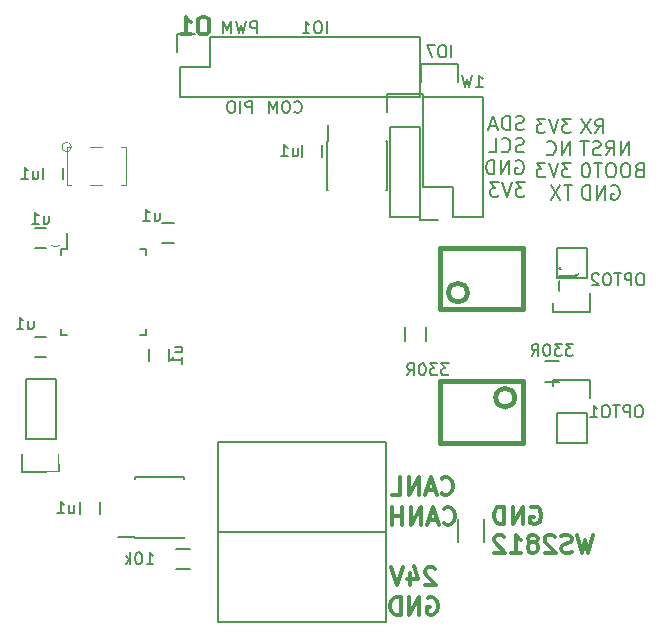
<source format=gbo>
G04 #@! TF.FileFunction,Legend,Bot*
%FSLAX46Y46*%
G04 Gerber Fmt 4.6, Leading zero omitted, Abs format (unit mm)*
G04 Created by KiCad (PCBNEW 4.0.0-stable) date 08.12.2015 15:00:05*
%MOMM*%
G01*
G04 APERTURE LIST*
%ADD10C,0.100000*%
%ADD11C,0.300000*%
%ADD12C,0.200000*%
%ADD13C,0.150000*%
%ADD14C,0.381000*%
%ADD15C,0.285750*%
%ADD16C,0.287020*%
%ADD17R,0.290000X2.000000*%
%ADD18R,2.000000X0.290000*%
%ADD19R,2.032000X1.727200*%
%ADD20O,2.032000X1.727200*%
%ADD21R,1.500000X1.250000*%
%ADD22R,1.250000X1.500000*%
%ADD23C,1.397000*%
%ADD24R,1.727200X1.727200*%
%ADD25O,1.727200X1.727200*%
%ADD26R,1.500000X1.300000*%
%ADD27R,2.800000X0.600000*%
%ADD28C,1.600000*%
%ADD29R,1.400000X2.200000*%
%ADD30R,1.501140X1.501140*%
%ADD31R,2.500000X1.800000*%
%ADD32R,1.300000X1.500000*%
%ADD33R,2.032000X2.032000*%
%ADD34O,2.032000X2.032000*%
%ADD35R,1.700000X2.000000*%
%ADD36O,1.501140X1.998980*%
%ADD37C,3.500120*%
%ADD38R,2.235200X2.235200*%
%ADD39R,0.600000X2.200000*%
%ADD40R,1.727200X2.032000*%
%ADD41O,1.727200X2.032000*%
G04 APERTURE END LIST*
D10*
D11*
X169417572Y-115779000D02*
X169560429Y-115707571D01*
X169774715Y-115707571D01*
X169989000Y-115779000D01*
X170131858Y-115921857D01*
X170203286Y-116064714D01*
X170274715Y-116350429D01*
X170274715Y-116564714D01*
X170203286Y-116850429D01*
X170131858Y-116993286D01*
X169989000Y-117136143D01*
X169774715Y-117207571D01*
X169631858Y-117207571D01*
X169417572Y-117136143D01*
X169346143Y-117064714D01*
X169346143Y-116564714D01*
X169631858Y-116564714D01*
X168703286Y-117207571D02*
X168703286Y-115707571D01*
X167846143Y-117207571D01*
X167846143Y-115707571D01*
X167131857Y-117207571D02*
X167131857Y-115707571D01*
X166774714Y-115707571D01*
X166560429Y-115779000D01*
X166417571Y-115921857D01*
X166346143Y-116064714D01*
X166274714Y-116350429D01*
X166274714Y-116564714D01*
X166346143Y-116850429D01*
X166417571Y-116993286D01*
X166560429Y-117136143D01*
X166774714Y-117207571D01*
X167131857Y-117207571D01*
X174631855Y-118107571D02*
X174274712Y-119607571D01*
X173988998Y-118536143D01*
X173703284Y-119607571D01*
X173346141Y-118107571D01*
X172846141Y-119536143D02*
X172631855Y-119607571D01*
X172274712Y-119607571D01*
X172131855Y-119536143D01*
X172060426Y-119464714D01*
X171988998Y-119321857D01*
X171988998Y-119179000D01*
X172060426Y-119036143D01*
X172131855Y-118964714D01*
X172274712Y-118893286D01*
X172560426Y-118821857D01*
X172703284Y-118750429D01*
X172774712Y-118679000D01*
X172846141Y-118536143D01*
X172846141Y-118393286D01*
X172774712Y-118250429D01*
X172703284Y-118179000D01*
X172560426Y-118107571D01*
X172203284Y-118107571D01*
X171988998Y-118179000D01*
X171417570Y-118250429D02*
X171346141Y-118179000D01*
X171203284Y-118107571D01*
X170846141Y-118107571D01*
X170703284Y-118179000D01*
X170631855Y-118250429D01*
X170560427Y-118393286D01*
X170560427Y-118536143D01*
X170631855Y-118750429D01*
X171488998Y-119607571D01*
X170560427Y-119607571D01*
X169703284Y-118750429D02*
X169846142Y-118679000D01*
X169917570Y-118607571D01*
X169988999Y-118464714D01*
X169988999Y-118393286D01*
X169917570Y-118250429D01*
X169846142Y-118179000D01*
X169703284Y-118107571D01*
X169417570Y-118107571D01*
X169274713Y-118179000D01*
X169203284Y-118250429D01*
X169131856Y-118393286D01*
X169131856Y-118464714D01*
X169203284Y-118607571D01*
X169274713Y-118679000D01*
X169417570Y-118750429D01*
X169703284Y-118750429D01*
X169846142Y-118821857D01*
X169917570Y-118893286D01*
X169988999Y-119036143D01*
X169988999Y-119321857D01*
X169917570Y-119464714D01*
X169846142Y-119536143D01*
X169703284Y-119607571D01*
X169417570Y-119607571D01*
X169274713Y-119536143D01*
X169203284Y-119464714D01*
X169131856Y-119321857D01*
X169131856Y-119036143D01*
X169203284Y-118893286D01*
X169274713Y-118821857D01*
X169417570Y-118750429D01*
X167703285Y-119607571D02*
X168560428Y-119607571D01*
X168131856Y-119607571D02*
X168131856Y-118107571D01*
X168274713Y-118321857D01*
X168417571Y-118464714D01*
X168560428Y-118536143D01*
X167131857Y-118250429D02*
X167060428Y-118179000D01*
X166917571Y-118107571D01*
X166560428Y-118107571D01*
X166417571Y-118179000D01*
X166346142Y-118250429D01*
X166274714Y-118393286D01*
X166274714Y-118536143D01*
X166346142Y-118750429D01*
X167203285Y-119607571D01*
X166274714Y-119607571D01*
D12*
X172802571Y-82882857D02*
X172059714Y-82882857D01*
X172459714Y-83340000D01*
X172288286Y-83340000D01*
X172174000Y-83397143D01*
X172116857Y-83454286D01*
X172059714Y-83568571D01*
X172059714Y-83854286D01*
X172116857Y-83968571D01*
X172174000Y-84025714D01*
X172288286Y-84082857D01*
X172631143Y-84082857D01*
X172745429Y-84025714D01*
X172802571Y-83968571D01*
X171716857Y-82882857D02*
X171316857Y-84082857D01*
X170916857Y-82882857D01*
X170631143Y-82882857D02*
X169888286Y-82882857D01*
X170288286Y-83340000D01*
X170116858Y-83340000D01*
X170002572Y-83397143D01*
X169945429Y-83454286D01*
X169888286Y-83568571D01*
X169888286Y-83854286D01*
X169945429Y-83968571D01*
X170002572Y-84025714D01*
X170116858Y-84082857D01*
X170459715Y-84082857D01*
X170574001Y-84025714D01*
X170631143Y-83968571D01*
X172688286Y-85962857D02*
X172688286Y-84762857D01*
X172002571Y-85962857D01*
X172002571Y-84762857D01*
X170745428Y-85848571D02*
X170802571Y-85905714D01*
X170974000Y-85962857D01*
X171088286Y-85962857D01*
X171259714Y-85905714D01*
X171374000Y-85791429D01*
X171431143Y-85677143D01*
X171488286Y-85448571D01*
X171488286Y-85277143D01*
X171431143Y-85048571D01*
X171374000Y-84934286D01*
X171259714Y-84820000D01*
X171088286Y-84762857D01*
X170974000Y-84762857D01*
X170802571Y-84820000D01*
X170745428Y-84877143D01*
X172802571Y-86642857D02*
X172059714Y-86642857D01*
X172459714Y-87100000D01*
X172288286Y-87100000D01*
X172174000Y-87157143D01*
X172116857Y-87214286D01*
X172059714Y-87328571D01*
X172059714Y-87614286D01*
X172116857Y-87728571D01*
X172174000Y-87785714D01*
X172288286Y-87842857D01*
X172631143Y-87842857D01*
X172745429Y-87785714D01*
X172802571Y-87728571D01*
X171716857Y-86642857D02*
X171316857Y-87842857D01*
X170916857Y-86642857D01*
X170631143Y-86642857D02*
X169888286Y-86642857D01*
X170288286Y-87100000D01*
X170116858Y-87100000D01*
X170002572Y-87157143D01*
X169945429Y-87214286D01*
X169888286Y-87328571D01*
X169888286Y-87614286D01*
X169945429Y-87728571D01*
X170002572Y-87785714D01*
X170116858Y-87842857D01*
X170459715Y-87842857D01*
X170574001Y-87785714D01*
X170631143Y-87728571D01*
X172859714Y-88522857D02*
X172174000Y-88522857D01*
X172516857Y-89722857D02*
X172516857Y-88522857D01*
X171888285Y-88522857D02*
X171088285Y-89722857D01*
X171088285Y-88522857D02*
X171888285Y-89722857D01*
X174853428Y-84082857D02*
X175253428Y-83511429D01*
X175539143Y-84082857D02*
X175539143Y-82882857D01*
X175082000Y-82882857D01*
X174967714Y-82940000D01*
X174910571Y-82997143D01*
X174853428Y-83111429D01*
X174853428Y-83282857D01*
X174910571Y-83397143D01*
X174967714Y-83454286D01*
X175082000Y-83511429D01*
X175539143Y-83511429D01*
X174453428Y-82882857D02*
X173653428Y-84082857D01*
X173653428Y-82882857D02*
X174453428Y-84082857D01*
X177710572Y-85962857D02*
X177710572Y-84762857D01*
X177024857Y-85962857D01*
X177024857Y-84762857D01*
X175767714Y-85962857D02*
X176167714Y-85391429D01*
X176453429Y-85962857D02*
X176453429Y-84762857D01*
X175996286Y-84762857D01*
X175882000Y-84820000D01*
X175824857Y-84877143D01*
X175767714Y-84991429D01*
X175767714Y-85162857D01*
X175824857Y-85277143D01*
X175882000Y-85334286D01*
X175996286Y-85391429D01*
X176453429Y-85391429D01*
X175310572Y-85905714D02*
X175139143Y-85962857D01*
X174853429Y-85962857D01*
X174739143Y-85905714D01*
X174682000Y-85848571D01*
X174624857Y-85734286D01*
X174624857Y-85620000D01*
X174682000Y-85505714D01*
X174739143Y-85448571D01*
X174853429Y-85391429D01*
X175082000Y-85334286D01*
X175196286Y-85277143D01*
X175253429Y-85220000D01*
X175310572Y-85105714D01*
X175310572Y-84991429D01*
X175253429Y-84877143D01*
X175196286Y-84820000D01*
X175082000Y-84762857D01*
X174796286Y-84762857D01*
X174624857Y-84820000D01*
X174282000Y-84762857D02*
X173596286Y-84762857D01*
X173939143Y-85962857D02*
X173939143Y-84762857D01*
X178567715Y-87214286D02*
X178396286Y-87271429D01*
X178339143Y-87328571D01*
X178282000Y-87442857D01*
X178282000Y-87614286D01*
X178339143Y-87728571D01*
X178396286Y-87785714D01*
X178510572Y-87842857D01*
X178967715Y-87842857D01*
X178967715Y-86642857D01*
X178567715Y-86642857D01*
X178453429Y-86700000D01*
X178396286Y-86757143D01*
X178339143Y-86871429D01*
X178339143Y-86985714D01*
X178396286Y-87100000D01*
X178453429Y-87157143D01*
X178567715Y-87214286D01*
X178967715Y-87214286D01*
X177539143Y-86642857D02*
X177310572Y-86642857D01*
X177196286Y-86700000D01*
X177082000Y-86814286D01*
X177024858Y-87042857D01*
X177024858Y-87442857D01*
X177082000Y-87671429D01*
X177196286Y-87785714D01*
X177310572Y-87842857D01*
X177539143Y-87842857D01*
X177653429Y-87785714D01*
X177767715Y-87671429D01*
X177824858Y-87442857D01*
X177824858Y-87042857D01*
X177767715Y-86814286D01*
X177653429Y-86700000D01*
X177539143Y-86642857D01*
X176282000Y-86642857D02*
X176053429Y-86642857D01*
X175939143Y-86700000D01*
X175824857Y-86814286D01*
X175767715Y-87042857D01*
X175767715Y-87442857D01*
X175824857Y-87671429D01*
X175939143Y-87785714D01*
X176053429Y-87842857D01*
X176282000Y-87842857D01*
X176396286Y-87785714D01*
X176510572Y-87671429D01*
X176567715Y-87442857D01*
X176567715Y-87042857D01*
X176510572Y-86814286D01*
X176396286Y-86700000D01*
X176282000Y-86642857D01*
X175424857Y-86642857D02*
X174739143Y-86642857D01*
X175082000Y-87842857D02*
X175082000Y-86642857D01*
X174110571Y-86642857D02*
X173996286Y-86642857D01*
X173882000Y-86700000D01*
X173824857Y-86757143D01*
X173767714Y-86871429D01*
X173710571Y-87100000D01*
X173710571Y-87385714D01*
X173767714Y-87614286D01*
X173824857Y-87728571D01*
X173882000Y-87785714D01*
X173996286Y-87842857D01*
X174110571Y-87842857D01*
X174224857Y-87785714D01*
X174282000Y-87728571D01*
X174339143Y-87614286D01*
X174396286Y-87385714D01*
X174396286Y-87100000D01*
X174339143Y-86871429D01*
X174282000Y-86757143D01*
X174224857Y-86700000D01*
X174110571Y-86642857D01*
X176224857Y-88580000D02*
X176339143Y-88522857D01*
X176510572Y-88522857D01*
X176682000Y-88580000D01*
X176796286Y-88694286D01*
X176853429Y-88808571D01*
X176910572Y-89037143D01*
X176910572Y-89208571D01*
X176853429Y-89437143D01*
X176796286Y-89551429D01*
X176682000Y-89665714D01*
X176510572Y-89722857D01*
X176396286Y-89722857D01*
X176224857Y-89665714D01*
X176167714Y-89608571D01*
X176167714Y-89208571D01*
X176396286Y-89208571D01*
X175653429Y-89722857D02*
X175653429Y-88522857D01*
X174967714Y-89722857D01*
X174967714Y-88522857D01*
X174396286Y-89722857D02*
X174396286Y-88522857D01*
X174110571Y-88522857D01*
X173939143Y-88580000D01*
X173824857Y-88694286D01*
X173767714Y-88808571D01*
X173710571Y-89037143D01*
X173710571Y-89208571D01*
X173767714Y-89437143D01*
X173824857Y-89551429D01*
X173939143Y-89665714D01*
X174110571Y-89722857D01*
X174396286Y-89722857D01*
D11*
X162024000Y-117121714D02*
X162095429Y-117193143D01*
X162309715Y-117264571D01*
X162452572Y-117264571D01*
X162666857Y-117193143D01*
X162809715Y-117050286D01*
X162881143Y-116907429D01*
X162952572Y-116621714D01*
X162952572Y-116407429D01*
X162881143Y-116121714D01*
X162809715Y-115978857D01*
X162666857Y-115836000D01*
X162452572Y-115764571D01*
X162309715Y-115764571D01*
X162095429Y-115836000D01*
X162024000Y-115907429D01*
X161452572Y-116836000D02*
X160738286Y-116836000D01*
X161595429Y-117264571D02*
X161095429Y-115764571D01*
X160595429Y-117264571D01*
X160095429Y-117264571D02*
X160095429Y-115764571D01*
X159238286Y-117264571D01*
X159238286Y-115764571D01*
X158524000Y-117264571D02*
X158524000Y-115764571D01*
X158524000Y-116478857D02*
X157666857Y-116478857D01*
X157666857Y-117264571D02*
X157666857Y-115764571D01*
X161845428Y-114581714D02*
X161916857Y-114653143D01*
X162131143Y-114724571D01*
X162274000Y-114724571D01*
X162488285Y-114653143D01*
X162631143Y-114510286D01*
X162702571Y-114367429D01*
X162774000Y-114081714D01*
X162774000Y-113867429D01*
X162702571Y-113581714D01*
X162631143Y-113438857D01*
X162488285Y-113296000D01*
X162274000Y-113224571D01*
X162131143Y-113224571D01*
X161916857Y-113296000D01*
X161845428Y-113367429D01*
X161274000Y-114296000D02*
X160559714Y-114296000D01*
X161416857Y-114724571D02*
X160916857Y-113224571D01*
X160416857Y-114724571D01*
X159916857Y-114724571D02*
X159916857Y-113224571D01*
X159059714Y-114724571D01*
X159059714Y-113224571D01*
X157631142Y-114724571D02*
X158345428Y-114724571D01*
X158345428Y-113224571D01*
X161297714Y-120987429D02*
X161226285Y-120916000D01*
X161083428Y-120844571D01*
X160726285Y-120844571D01*
X160583428Y-120916000D01*
X160511999Y-120987429D01*
X160440571Y-121130286D01*
X160440571Y-121273143D01*
X160511999Y-121487429D01*
X161369142Y-122344571D01*
X160440571Y-122344571D01*
X159154857Y-121344571D02*
X159154857Y-122344571D01*
X159512000Y-120773143D02*
X159869143Y-121844571D01*
X158940571Y-121844571D01*
X158583429Y-120844571D02*
X158083429Y-122344571D01*
X157583429Y-120844571D01*
X160654857Y-123456000D02*
X160797714Y-123384571D01*
X161012000Y-123384571D01*
X161226285Y-123456000D01*
X161369143Y-123598857D01*
X161440571Y-123741714D01*
X161512000Y-124027429D01*
X161512000Y-124241714D01*
X161440571Y-124527429D01*
X161369143Y-124670286D01*
X161226285Y-124813143D01*
X161012000Y-124884571D01*
X160869143Y-124884571D01*
X160654857Y-124813143D01*
X160583428Y-124741714D01*
X160583428Y-124241714D01*
X160869143Y-124241714D01*
X159940571Y-124884571D02*
X159940571Y-123384571D01*
X159083428Y-124884571D01*
X159083428Y-123384571D01*
X158369142Y-124884571D02*
X158369142Y-123384571D01*
X158011999Y-123384571D01*
X157797714Y-123456000D01*
X157654856Y-123598857D01*
X157583428Y-123741714D01*
X157511999Y-124027429D01*
X157511999Y-124241714D01*
X157583428Y-124527429D01*
X157654856Y-124670286D01*
X157797714Y-124813143D01*
X158011999Y-124884571D01*
X158369142Y-124884571D01*
D13*
X145803809Y-82367381D02*
X145803809Y-81367381D01*
X145422856Y-81367381D01*
X145327618Y-81415000D01*
X145279999Y-81462619D01*
X145232380Y-81557857D01*
X145232380Y-81700714D01*
X145279999Y-81795952D01*
X145327618Y-81843571D01*
X145422856Y-81891190D01*
X145803809Y-81891190D01*
X144803809Y-82367381D02*
X144803809Y-81367381D01*
X144137143Y-81367381D02*
X143946666Y-81367381D01*
X143851428Y-81415000D01*
X143756190Y-81510238D01*
X143708571Y-81700714D01*
X143708571Y-82034048D01*
X143756190Y-82224524D01*
X143851428Y-82319762D01*
X143946666Y-82367381D01*
X144137143Y-82367381D01*
X144232381Y-82319762D01*
X144327619Y-82224524D01*
X144375238Y-82034048D01*
X144375238Y-81700714D01*
X144327619Y-81510238D01*
X144232381Y-81415000D01*
X144137143Y-81367381D01*
X146184762Y-75636381D02*
X146184762Y-74636381D01*
X145803809Y-74636381D01*
X145708571Y-74684000D01*
X145660952Y-74731619D01*
X145613333Y-74826857D01*
X145613333Y-74969714D01*
X145660952Y-75064952D01*
X145708571Y-75112571D01*
X145803809Y-75160190D01*
X146184762Y-75160190D01*
X145280000Y-74636381D02*
X145041905Y-75636381D01*
X144851428Y-74922095D01*
X144660952Y-75636381D01*
X144422857Y-74636381D01*
X144041905Y-75636381D02*
X144041905Y-74636381D01*
X143708571Y-75350667D01*
X143375238Y-74636381D01*
X143375238Y-75636381D01*
X149375714Y-82272143D02*
X149423333Y-82319762D01*
X149566190Y-82367381D01*
X149661428Y-82367381D01*
X149804286Y-82319762D01*
X149899524Y-82224524D01*
X149947143Y-82129286D01*
X149994762Y-81938810D01*
X149994762Y-81795952D01*
X149947143Y-81605476D01*
X149899524Y-81510238D01*
X149804286Y-81415000D01*
X149661428Y-81367381D01*
X149566190Y-81367381D01*
X149423333Y-81415000D01*
X149375714Y-81462619D01*
X148756667Y-81367381D02*
X148566190Y-81367381D01*
X148470952Y-81415000D01*
X148375714Y-81510238D01*
X148328095Y-81700714D01*
X148328095Y-82034048D01*
X148375714Y-82224524D01*
X148470952Y-82319762D01*
X148566190Y-82367381D01*
X148756667Y-82367381D01*
X148851905Y-82319762D01*
X148947143Y-82224524D01*
X148994762Y-82034048D01*
X148994762Y-81700714D01*
X148947143Y-81510238D01*
X148851905Y-81415000D01*
X148756667Y-81367381D01*
X147899524Y-82367381D02*
X147899524Y-81367381D01*
X147566190Y-82081667D01*
X147232857Y-81367381D01*
X147232857Y-82367381D01*
X162671000Y-77668381D02*
X162671000Y-76668381D01*
X162004334Y-76668381D02*
X161813857Y-76668381D01*
X161718619Y-76716000D01*
X161623381Y-76811238D01*
X161575762Y-77001714D01*
X161575762Y-77335048D01*
X161623381Y-77525524D01*
X161718619Y-77620762D01*
X161813857Y-77668381D01*
X162004334Y-77668381D01*
X162099572Y-77620762D01*
X162194810Y-77525524D01*
X162242429Y-77335048D01*
X162242429Y-77001714D01*
X162194810Y-76811238D01*
X162099572Y-76716000D01*
X162004334Y-76668381D01*
X161242429Y-76668381D02*
X160575762Y-76668381D01*
X161004334Y-77668381D01*
X152130000Y-75636381D02*
X152130000Y-74636381D01*
X151463334Y-74636381D02*
X151272857Y-74636381D01*
X151177619Y-74684000D01*
X151082381Y-74779238D01*
X151034762Y-74969714D01*
X151034762Y-75303048D01*
X151082381Y-75493524D01*
X151177619Y-75588762D01*
X151272857Y-75636381D01*
X151463334Y-75636381D01*
X151558572Y-75588762D01*
X151653810Y-75493524D01*
X151701429Y-75303048D01*
X151701429Y-74969714D01*
X151653810Y-74779238D01*
X151558572Y-74684000D01*
X151463334Y-74636381D01*
X150082381Y-75636381D02*
X150653810Y-75636381D01*
X150368096Y-75636381D02*
X150368096Y-74636381D01*
X150463334Y-74779238D01*
X150558572Y-74874476D01*
X150653810Y-74922095D01*
D12*
X168808429Y-83771714D02*
X168637000Y-83828857D01*
X168351286Y-83828857D01*
X168237000Y-83771714D01*
X168179857Y-83714571D01*
X168122714Y-83600286D01*
X168122714Y-83486000D01*
X168179857Y-83371714D01*
X168237000Y-83314571D01*
X168351286Y-83257429D01*
X168579857Y-83200286D01*
X168694143Y-83143143D01*
X168751286Y-83086000D01*
X168808429Y-82971714D01*
X168808429Y-82857429D01*
X168751286Y-82743143D01*
X168694143Y-82686000D01*
X168579857Y-82628857D01*
X168294143Y-82628857D01*
X168122714Y-82686000D01*
X167608429Y-83828857D02*
X167608429Y-82628857D01*
X167322714Y-82628857D01*
X167151286Y-82686000D01*
X167037000Y-82800286D01*
X166979857Y-82914571D01*
X166922714Y-83143143D01*
X166922714Y-83314571D01*
X166979857Y-83543143D01*
X167037000Y-83657429D01*
X167151286Y-83771714D01*
X167322714Y-83828857D01*
X167608429Y-83828857D01*
X166465572Y-83486000D02*
X165894143Y-83486000D01*
X166579857Y-83828857D02*
X166179857Y-82628857D01*
X165779857Y-83828857D01*
X168808429Y-85651714D02*
X168637000Y-85708857D01*
X168351286Y-85708857D01*
X168237000Y-85651714D01*
X168179857Y-85594571D01*
X168122714Y-85480286D01*
X168122714Y-85366000D01*
X168179857Y-85251714D01*
X168237000Y-85194571D01*
X168351286Y-85137429D01*
X168579857Y-85080286D01*
X168694143Y-85023143D01*
X168751286Y-84966000D01*
X168808429Y-84851714D01*
X168808429Y-84737429D01*
X168751286Y-84623143D01*
X168694143Y-84566000D01*
X168579857Y-84508857D01*
X168294143Y-84508857D01*
X168122714Y-84566000D01*
X166922714Y-85594571D02*
X166979857Y-85651714D01*
X167151286Y-85708857D01*
X167265572Y-85708857D01*
X167437000Y-85651714D01*
X167551286Y-85537429D01*
X167608429Y-85423143D01*
X167665572Y-85194571D01*
X167665572Y-85023143D01*
X167608429Y-84794571D01*
X167551286Y-84680286D01*
X167437000Y-84566000D01*
X167265572Y-84508857D01*
X167151286Y-84508857D01*
X166979857Y-84566000D01*
X166922714Y-84623143D01*
X165837000Y-85708857D02*
X166408429Y-85708857D01*
X166408429Y-84508857D01*
X168122714Y-86446000D02*
X168237000Y-86388857D01*
X168408429Y-86388857D01*
X168579857Y-86446000D01*
X168694143Y-86560286D01*
X168751286Y-86674571D01*
X168808429Y-86903143D01*
X168808429Y-87074571D01*
X168751286Y-87303143D01*
X168694143Y-87417429D01*
X168579857Y-87531714D01*
X168408429Y-87588857D01*
X168294143Y-87588857D01*
X168122714Y-87531714D01*
X168065571Y-87474571D01*
X168065571Y-87074571D01*
X168294143Y-87074571D01*
X167551286Y-87588857D02*
X167551286Y-86388857D01*
X166865571Y-87588857D01*
X166865571Y-86388857D01*
X166294143Y-87588857D02*
X166294143Y-86388857D01*
X166008428Y-86388857D01*
X165837000Y-86446000D01*
X165722714Y-86560286D01*
X165665571Y-86674571D01*
X165608428Y-86903143D01*
X165608428Y-87074571D01*
X165665571Y-87303143D01*
X165722714Y-87417429D01*
X165837000Y-87531714D01*
X166008428Y-87588857D01*
X166294143Y-87588857D01*
X168865571Y-88268857D02*
X168122714Y-88268857D01*
X168522714Y-88726000D01*
X168351286Y-88726000D01*
X168237000Y-88783143D01*
X168179857Y-88840286D01*
X168122714Y-88954571D01*
X168122714Y-89240286D01*
X168179857Y-89354571D01*
X168237000Y-89411714D01*
X168351286Y-89468857D01*
X168694143Y-89468857D01*
X168808429Y-89411714D01*
X168865571Y-89354571D01*
X167779857Y-88268857D02*
X167379857Y-89468857D01*
X166979857Y-88268857D01*
X166694143Y-88268857D02*
X165951286Y-88268857D01*
X166351286Y-88726000D01*
X166179858Y-88726000D01*
X166065572Y-88783143D01*
X166008429Y-88840286D01*
X165951286Y-88954571D01*
X165951286Y-89240286D01*
X166008429Y-89354571D01*
X166065572Y-89411714D01*
X166179858Y-89468857D01*
X166522715Y-89468857D01*
X166637001Y-89411714D01*
X166694143Y-89354571D01*
D10*
X129667000Y-93218000D02*
G75*
G03X129667000Y-93218000I-508000J0D01*
G01*
D13*
X129598000Y-93911000D02*
X130123000Y-93911000D01*
X129598000Y-101161000D02*
X130123000Y-101161000D01*
X136848000Y-101161000D02*
X136323000Y-101161000D01*
X136848000Y-93911000D02*
X136323000Y-93911000D01*
X129598000Y-93911000D02*
X129598000Y-94436000D01*
X136848000Y-93911000D02*
X136848000Y-94436000D01*
X136848000Y-101161000D02*
X136848000Y-100636000D01*
X129598000Y-101161000D02*
X129598000Y-100636000D01*
X130123000Y-93911000D02*
X130123000Y-92536000D01*
X127389000Y-101385000D02*
X128389000Y-101385000D01*
X128389000Y-103085000D02*
X127389000Y-103085000D01*
X129755000Y-87003000D02*
X129755000Y-88003000D01*
X128055000Y-88003000D02*
X128055000Y-87003000D01*
X137072000Y-103370000D02*
X137072000Y-102370000D01*
X138772000Y-102370000D02*
X138772000Y-103370000D01*
X127389000Y-92114000D02*
X128389000Y-92114000D01*
X128389000Y-93814000D02*
X127389000Y-93814000D01*
X139184000Y-93433000D02*
X138184000Y-93433000D01*
X138184000Y-91733000D02*
X139184000Y-91733000D01*
X132930000Y-115324000D02*
X132930000Y-116324000D01*
X131230000Y-116324000D02*
X131230000Y-115324000D01*
X160274000Y-88646000D02*
X160274000Y-81026000D01*
X160274000Y-81026000D02*
X165354000Y-81026000D01*
X165354000Y-81026000D02*
X165354000Y-91186000D01*
X165354000Y-91186000D02*
X162814000Y-91186000D01*
X161544000Y-91466000D02*
X159994000Y-91466000D01*
X162814000Y-91186000D02*
X162814000Y-88646000D01*
X162814000Y-88646000D02*
X160274000Y-88646000D01*
X159994000Y-91466000D02*
X159994000Y-89916000D01*
X140554000Y-119267000D02*
X139354000Y-119267000D01*
X139354000Y-121017000D02*
X140554000Y-121017000D01*
X135847000Y-118399000D02*
X135847000Y-118254000D01*
X139997000Y-118399000D02*
X139997000Y-118254000D01*
X139997000Y-113249000D02*
X139997000Y-113394000D01*
X135847000Y-113249000D02*
X135847000Y-113394000D01*
X135847000Y-118399000D02*
X139997000Y-118399000D01*
X135847000Y-113249000D02*
X139997000Y-113249000D01*
X135847000Y-118254000D02*
X134447000Y-118254000D01*
X156845000Y-117856000D02*
X157099000Y-117856000D01*
X157099000Y-117856000D02*
X157099000Y-125476000D01*
X157099000Y-125476000D02*
X156845000Y-125476000D01*
X146812000Y-117856000D02*
X142875000Y-117856000D01*
X142875000Y-117856000D02*
X142875000Y-125476000D01*
X142875000Y-125476000D02*
X156845000Y-125476000D01*
X156845000Y-117856000D02*
X146812000Y-117856000D01*
X156845000Y-110236000D02*
X157099000Y-110236000D01*
X157099000Y-110236000D02*
X157099000Y-117856000D01*
X157099000Y-117856000D02*
X156845000Y-117856000D01*
X146812000Y-110236000D02*
X142875000Y-110236000D01*
X142875000Y-110236000D02*
X142875000Y-117856000D01*
X142875000Y-117856000D02*
X156845000Y-117856000D01*
X156845000Y-110236000D02*
X146812000Y-110236000D01*
D10*
X130488000Y-85268000D02*
G75*
G03X130488000Y-85268000I-400000J0D01*
G01*
X134688000Y-85268000D02*
X135088000Y-85268000D01*
X135088000Y-85268000D02*
X135088000Y-88468000D01*
X135088000Y-88468000D02*
X134688000Y-88468000D01*
X130488000Y-85268000D02*
X130088000Y-85268000D01*
X130088000Y-85268000D02*
X130088000Y-86768000D01*
X132088000Y-85268000D02*
X133088000Y-85268000D01*
X132088000Y-88468000D02*
X133088000Y-88468000D01*
X130088000Y-86768000D02*
X130088000Y-88468000D01*
X130088000Y-88468000D02*
X130488000Y-88468000D01*
D13*
X160020000Y-83566000D02*
X160020000Y-91186000D01*
X157480000Y-83566000D02*
X157480000Y-91186000D01*
X157200000Y-80746000D02*
X157200000Y-82296000D01*
X160020000Y-91186000D02*
X157480000Y-91186000D01*
X157480000Y-83566000D02*
X160020000Y-83566000D01*
X160300000Y-82296000D02*
X160300000Y-80746000D01*
X160300000Y-80746000D02*
X157200000Y-80746000D01*
D14*
X161727000Y-110296000D02*
X161727000Y-105096000D01*
X161727000Y-105096000D02*
X168727000Y-105096000D01*
X168727000Y-105096000D02*
X168727000Y-110296000D01*
X168727000Y-110296000D02*
X161727000Y-110296000D01*
X168027000Y-106496000D02*
G75*
G03X168027000Y-106496000I-800000J0D01*
G01*
D13*
X170596000Y-105142000D02*
X171796000Y-105142000D01*
X171796000Y-103392000D02*
X170596000Y-103392000D01*
X160514000Y-101692000D02*
X160514000Y-100492000D01*
X158764000Y-100492000D02*
X158764000Y-101692000D01*
X171577000Y-107823000D02*
X171577000Y-110363000D01*
X171297000Y-105003000D02*
X171297000Y-106553000D01*
X171577000Y-107823000D02*
X174117000Y-107823000D01*
X174397000Y-106553000D02*
X174397000Y-105003000D01*
X174397000Y-105003000D02*
X171297000Y-105003000D01*
X174117000Y-107823000D02*
X174117000Y-110363000D01*
X174117000Y-110363000D02*
X171577000Y-110363000D01*
X174117000Y-96393000D02*
X174117000Y-93853000D01*
X174397000Y-99213000D02*
X174397000Y-97663000D01*
X174117000Y-96393000D02*
X171577000Y-96393000D01*
X171297000Y-97663000D02*
X171297000Y-99213000D01*
X171297000Y-99213000D02*
X174397000Y-99213000D01*
X171577000Y-96393000D02*
X171577000Y-93853000D01*
X171577000Y-93853000D02*
X174117000Y-93853000D01*
X126619000Y-109982000D02*
X126619000Y-104902000D01*
X126619000Y-104902000D02*
X129159000Y-104902000D01*
X129159000Y-104902000D02*
X129159000Y-109982000D01*
X129439000Y-112802000D02*
X129439000Y-111252000D01*
X129159000Y-109982000D02*
X126619000Y-109982000D01*
X126339000Y-111252000D02*
X126339000Y-112802000D01*
X126339000Y-112802000D02*
X129439000Y-112802000D01*
X163263000Y-116729000D02*
X163263000Y-118729000D01*
X165413000Y-118729000D02*
X165413000Y-116729000D01*
X160020000Y-81026000D02*
X139700000Y-81026000D01*
X142240000Y-75946000D02*
X160020000Y-75946000D01*
X160020000Y-81026000D02*
X160020000Y-75946000D01*
X139700000Y-81026000D02*
X139700000Y-78486000D01*
X139420000Y-77216000D02*
X139420000Y-75666000D01*
X139700000Y-78486000D02*
X142240000Y-78486000D01*
X142240000Y-78486000D02*
X142240000Y-75946000D01*
X139420000Y-75666000D02*
X140970000Y-75666000D01*
X160121000Y-78206000D02*
X160121000Y-79756000D01*
X163221000Y-79756000D02*
X163221000Y-78206000D01*
X163221000Y-78206000D02*
X160121000Y-78206000D01*
X162941000Y-81026000D02*
X160401000Y-81026000D01*
X152111000Y-84793000D02*
X152256000Y-84793000D01*
X152111000Y-88943000D02*
X152256000Y-88943000D01*
X157261000Y-88943000D02*
X157116000Y-88943000D01*
X157261000Y-84793000D02*
X157116000Y-84793000D01*
X152111000Y-84793000D02*
X152111000Y-88943000D01*
X157261000Y-84793000D02*
X157261000Y-88943000D01*
X152256000Y-84793000D02*
X152256000Y-83393000D01*
X151726000Y-85098000D02*
X151726000Y-86098000D01*
X150026000Y-86098000D02*
X150026000Y-85098000D01*
D14*
X168727000Y-93793000D02*
X168727000Y-98993000D01*
X168727000Y-98993000D02*
X161727000Y-98993000D01*
X161727000Y-98993000D02*
X161727000Y-93793000D01*
X161727000Y-93793000D02*
X168727000Y-93793000D01*
X164027000Y-97593000D02*
G75*
G03X164027000Y-97593000I-800000J0D01*
G01*
D13*
X126860904Y-99988714D02*
X126860904Y-100655381D01*
X127289476Y-99988714D02*
X127289476Y-100512524D01*
X127241857Y-100607762D01*
X127146619Y-100655381D01*
X127003761Y-100655381D01*
X126908523Y-100607762D01*
X126860904Y-100560143D01*
X125860904Y-100655381D02*
X126432333Y-100655381D01*
X126146619Y-100655381D02*
X126146619Y-99655381D01*
X126241857Y-99798238D01*
X126337095Y-99893476D01*
X126432333Y-99941095D01*
X127261904Y-87288714D02*
X127261904Y-87955381D01*
X127690476Y-87288714D02*
X127690476Y-87812524D01*
X127642857Y-87907762D01*
X127547619Y-87955381D01*
X127404761Y-87955381D01*
X127309523Y-87907762D01*
X127261904Y-87860143D01*
X126261904Y-87955381D02*
X126833333Y-87955381D01*
X126547619Y-87955381D02*
X126547619Y-86955381D01*
X126642857Y-87098238D01*
X126738095Y-87193476D01*
X126833333Y-87241095D01*
X139231714Y-102608096D02*
X139898381Y-102608096D01*
X139231714Y-102179524D02*
X139755524Y-102179524D01*
X139850762Y-102227143D01*
X139898381Y-102322381D01*
X139898381Y-102465239D01*
X139850762Y-102560477D01*
X139803143Y-102608096D01*
X139898381Y-103608096D02*
X139898381Y-103036667D01*
X139898381Y-103322381D02*
X138898381Y-103322381D01*
X139041238Y-103227143D01*
X139136476Y-103131905D01*
X139184095Y-103036667D01*
X128150904Y-91098714D02*
X128150904Y-91765381D01*
X128579476Y-91098714D02*
X128579476Y-91622524D01*
X128531857Y-91717762D01*
X128436619Y-91765381D01*
X128293761Y-91765381D01*
X128198523Y-91717762D01*
X128150904Y-91670143D01*
X127150904Y-91765381D02*
X127722333Y-91765381D01*
X127436619Y-91765381D02*
X127436619Y-90765381D01*
X127531857Y-90908238D01*
X127627095Y-91003476D01*
X127722333Y-91051095D01*
X137548904Y-90844714D02*
X137548904Y-91511381D01*
X137977476Y-90844714D02*
X137977476Y-91368524D01*
X137929857Y-91463762D01*
X137834619Y-91511381D01*
X137691761Y-91511381D01*
X137596523Y-91463762D01*
X137548904Y-91416143D01*
X136548904Y-91511381D02*
X137120333Y-91511381D01*
X136834619Y-91511381D02*
X136834619Y-90511381D01*
X136929857Y-90654238D01*
X137025095Y-90749476D01*
X137120333Y-90797095D01*
X130309904Y-115609714D02*
X130309904Y-116276381D01*
X130738476Y-115609714D02*
X130738476Y-116133524D01*
X130690857Y-116228762D01*
X130595619Y-116276381D01*
X130452761Y-116276381D01*
X130357523Y-116228762D01*
X130309904Y-116181143D01*
X129309904Y-116276381D02*
X129881333Y-116276381D01*
X129595619Y-116276381D02*
X129595619Y-115276381D01*
X129690857Y-115419238D01*
X129786095Y-115514476D01*
X129881333Y-115562095D01*
X136866238Y-120594381D02*
X137437667Y-120594381D01*
X137151953Y-120594381D02*
X137151953Y-119594381D01*
X137247191Y-119737238D01*
X137342429Y-119832476D01*
X137437667Y-119880095D01*
X136247191Y-119594381D02*
X136151952Y-119594381D01*
X136056714Y-119642000D01*
X136009095Y-119689619D01*
X135961476Y-119784857D01*
X135913857Y-119975333D01*
X135913857Y-120213429D01*
X135961476Y-120403905D01*
X136009095Y-120499143D01*
X136056714Y-120546762D01*
X136151952Y-120594381D01*
X136247191Y-120594381D01*
X136342429Y-120546762D01*
X136390048Y-120499143D01*
X136437667Y-120403905D01*
X136485286Y-120213429D01*
X136485286Y-119975333D01*
X136437667Y-119784857D01*
X136390048Y-119689619D01*
X136342429Y-119642000D01*
X136247191Y-119594381D01*
X135485286Y-120594381D02*
X135485286Y-119594381D01*
X135390048Y-120213429D02*
X135104333Y-120594381D01*
X135104333Y-119927714D02*
X135485286Y-120308667D01*
X172981714Y-101941381D02*
X172362666Y-101941381D01*
X172696000Y-102322333D01*
X172553142Y-102322333D01*
X172457904Y-102369952D01*
X172410285Y-102417571D01*
X172362666Y-102512810D01*
X172362666Y-102750905D01*
X172410285Y-102846143D01*
X172457904Y-102893762D01*
X172553142Y-102941381D01*
X172838857Y-102941381D01*
X172934095Y-102893762D01*
X172981714Y-102846143D01*
X172029333Y-101941381D02*
X171410285Y-101941381D01*
X171743619Y-102322333D01*
X171600761Y-102322333D01*
X171505523Y-102369952D01*
X171457904Y-102417571D01*
X171410285Y-102512810D01*
X171410285Y-102750905D01*
X171457904Y-102846143D01*
X171505523Y-102893762D01*
X171600761Y-102941381D01*
X171886476Y-102941381D01*
X171981714Y-102893762D01*
X172029333Y-102846143D01*
X170791238Y-101941381D02*
X170695999Y-101941381D01*
X170600761Y-101989000D01*
X170553142Y-102036619D01*
X170505523Y-102131857D01*
X170457904Y-102322333D01*
X170457904Y-102560429D01*
X170505523Y-102750905D01*
X170553142Y-102846143D01*
X170600761Y-102893762D01*
X170695999Y-102941381D01*
X170791238Y-102941381D01*
X170886476Y-102893762D01*
X170934095Y-102846143D01*
X170981714Y-102750905D01*
X171029333Y-102560429D01*
X171029333Y-102322333D01*
X170981714Y-102131857D01*
X170934095Y-102036619D01*
X170886476Y-101989000D01*
X170791238Y-101941381D01*
X169457904Y-102941381D02*
X169791238Y-102465190D01*
X170029333Y-102941381D02*
X170029333Y-101941381D01*
X169648380Y-101941381D01*
X169553142Y-101989000D01*
X169505523Y-102036619D01*
X169457904Y-102131857D01*
X169457904Y-102274714D01*
X169505523Y-102369952D01*
X169553142Y-102417571D01*
X169648380Y-102465190D01*
X170029333Y-102465190D01*
X162440714Y-103592381D02*
X161821666Y-103592381D01*
X162155000Y-103973333D01*
X162012142Y-103973333D01*
X161916904Y-104020952D01*
X161869285Y-104068571D01*
X161821666Y-104163810D01*
X161821666Y-104401905D01*
X161869285Y-104497143D01*
X161916904Y-104544762D01*
X162012142Y-104592381D01*
X162297857Y-104592381D01*
X162393095Y-104544762D01*
X162440714Y-104497143D01*
X161488333Y-103592381D02*
X160869285Y-103592381D01*
X161202619Y-103973333D01*
X161059761Y-103973333D01*
X160964523Y-104020952D01*
X160916904Y-104068571D01*
X160869285Y-104163810D01*
X160869285Y-104401905D01*
X160916904Y-104497143D01*
X160964523Y-104544762D01*
X161059761Y-104592381D01*
X161345476Y-104592381D01*
X161440714Y-104544762D01*
X161488333Y-104497143D01*
X160250238Y-103592381D02*
X160154999Y-103592381D01*
X160059761Y-103640000D01*
X160012142Y-103687619D01*
X159964523Y-103782857D01*
X159916904Y-103973333D01*
X159916904Y-104211429D01*
X159964523Y-104401905D01*
X160012142Y-104497143D01*
X160059761Y-104544762D01*
X160154999Y-104592381D01*
X160250238Y-104592381D01*
X160345476Y-104544762D01*
X160393095Y-104497143D01*
X160440714Y-104401905D01*
X160488333Y-104211429D01*
X160488333Y-103973333D01*
X160440714Y-103782857D01*
X160393095Y-103687619D01*
X160345476Y-103640000D01*
X160250238Y-103592381D01*
X158916904Y-104592381D02*
X159250238Y-104116190D01*
X159488333Y-104592381D02*
X159488333Y-103592381D01*
X159107380Y-103592381D01*
X159012142Y-103640000D01*
X158964523Y-103687619D01*
X158916904Y-103782857D01*
X158916904Y-103925714D01*
X158964523Y-104020952D01*
X159012142Y-104068571D01*
X159107380Y-104116190D01*
X159488333Y-104116190D01*
X178633191Y-107148381D02*
X178442714Y-107148381D01*
X178347476Y-107196000D01*
X178252238Y-107291238D01*
X178204619Y-107481714D01*
X178204619Y-107815048D01*
X178252238Y-108005524D01*
X178347476Y-108100762D01*
X178442714Y-108148381D01*
X178633191Y-108148381D01*
X178728429Y-108100762D01*
X178823667Y-108005524D01*
X178871286Y-107815048D01*
X178871286Y-107481714D01*
X178823667Y-107291238D01*
X178728429Y-107196000D01*
X178633191Y-107148381D01*
X177776048Y-108148381D02*
X177776048Y-107148381D01*
X177395095Y-107148381D01*
X177299857Y-107196000D01*
X177252238Y-107243619D01*
X177204619Y-107338857D01*
X177204619Y-107481714D01*
X177252238Y-107576952D01*
X177299857Y-107624571D01*
X177395095Y-107672190D01*
X177776048Y-107672190D01*
X176918905Y-107148381D02*
X176347476Y-107148381D01*
X176633191Y-108148381D02*
X176633191Y-107148381D01*
X175823667Y-107148381D02*
X175633190Y-107148381D01*
X175537952Y-107196000D01*
X175442714Y-107291238D01*
X175395095Y-107481714D01*
X175395095Y-107815048D01*
X175442714Y-108005524D01*
X175537952Y-108100762D01*
X175633190Y-108148381D01*
X175823667Y-108148381D01*
X175918905Y-108100762D01*
X176014143Y-108005524D01*
X176061762Y-107815048D01*
X176061762Y-107481714D01*
X176014143Y-107291238D01*
X175918905Y-107196000D01*
X175823667Y-107148381D01*
X174442714Y-108148381D02*
X175014143Y-108148381D01*
X174728429Y-108148381D02*
X174728429Y-107148381D01*
X174823667Y-107291238D01*
X174918905Y-107386476D01*
X175014143Y-107434095D01*
X178760191Y-95972381D02*
X178569714Y-95972381D01*
X178474476Y-96020000D01*
X178379238Y-96115238D01*
X178331619Y-96305714D01*
X178331619Y-96639048D01*
X178379238Y-96829524D01*
X178474476Y-96924762D01*
X178569714Y-96972381D01*
X178760191Y-96972381D01*
X178855429Y-96924762D01*
X178950667Y-96829524D01*
X178998286Y-96639048D01*
X178998286Y-96305714D01*
X178950667Y-96115238D01*
X178855429Y-96020000D01*
X178760191Y-95972381D01*
X177903048Y-96972381D02*
X177903048Y-95972381D01*
X177522095Y-95972381D01*
X177426857Y-96020000D01*
X177379238Y-96067619D01*
X177331619Y-96162857D01*
X177331619Y-96305714D01*
X177379238Y-96400952D01*
X177426857Y-96448571D01*
X177522095Y-96496190D01*
X177903048Y-96496190D01*
X177045905Y-95972381D02*
X176474476Y-95972381D01*
X176760191Y-96972381D02*
X176760191Y-95972381D01*
X175950667Y-95972381D02*
X175760190Y-95972381D01*
X175664952Y-96020000D01*
X175569714Y-96115238D01*
X175522095Y-96305714D01*
X175522095Y-96639048D01*
X175569714Y-96829524D01*
X175664952Y-96924762D01*
X175760190Y-96972381D01*
X175950667Y-96972381D01*
X176045905Y-96924762D01*
X176141143Y-96829524D01*
X176188762Y-96639048D01*
X176188762Y-96305714D01*
X176141143Y-96115238D01*
X176045905Y-96020000D01*
X175950667Y-95972381D01*
X175141143Y-96067619D02*
X175093524Y-96020000D01*
X174998286Y-95972381D01*
X174760190Y-95972381D01*
X174664952Y-96020000D01*
X174617333Y-96067619D01*
X174569714Y-96162857D01*
X174569714Y-96258095D01*
X174617333Y-96400952D01*
X175188762Y-96972381D01*
X174569714Y-96972381D01*
D11*
X141827143Y-74235571D02*
X141541429Y-74235571D01*
X141398571Y-74307000D01*
X141255714Y-74449857D01*
X141184286Y-74735571D01*
X141184286Y-75235571D01*
X141255714Y-75521286D01*
X141398571Y-75664143D01*
X141541429Y-75735571D01*
X141827143Y-75735571D01*
X141970000Y-75664143D01*
X142112857Y-75521286D01*
X142184286Y-75235571D01*
X142184286Y-74735571D01*
X142112857Y-74449857D01*
X141970000Y-74307000D01*
X141827143Y-74235571D01*
X139755714Y-75735571D02*
X140612857Y-75735571D01*
X140184285Y-75735571D02*
X140184285Y-74235571D01*
X140327142Y-74449857D01*
X140470000Y-74592714D01*
X140612857Y-74664143D01*
D13*
X164750714Y-80208381D02*
X165322143Y-80208381D01*
X165036429Y-80208381D02*
X165036429Y-79208381D01*
X165131667Y-79351238D01*
X165226905Y-79446476D01*
X165322143Y-79494095D01*
X164417381Y-79208381D02*
X164179286Y-80208381D01*
X163988809Y-79494095D01*
X163798333Y-80208381D01*
X163560238Y-79208381D01*
X149232904Y-85383714D02*
X149232904Y-86050381D01*
X149661476Y-85383714D02*
X149661476Y-85907524D01*
X149613857Y-86002762D01*
X149518619Y-86050381D01*
X149375761Y-86050381D01*
X149280523Y-86002762D01*
X149232904Y-85955143D01*
X148232904Y-86050381D02*
X148804333Y-86050381D01*
X148518619Y-86050381D02*
X148518619Y-85050381D01*
X148613857Y-85193238D01*
X148709095Y-85288476D01*
X148804333Y-85336095D01*
D15*
X171758429Y-95522143D02*
X172992143Y-95522143D01*
X173137286Y-95576571D01*
X173209857Y-95631000D01*
X173282429Y-95739857D01*
X173282429Y-95957571D01*
X173209857Y-96066429D01*
X173137286Y-96120857D01*
X172992143Y-96175286D01*
X171758429Y-96175286D01*
X171758429Y-96610715D02*
X171758429Y-97372715D01*
X173282429Y-96882858D01*
D16*
%LPC*%
D17*
X130473000Y-92836000D03*
D18*
X137923000Y-94786000D03*
D17*
X135973000Y-102236000D03*
D18*
X128523000Y-100286000D03*
D17*
X130973000Y-92836000D03*
X131473000Y-92836000D03*
X131973000Y-92836000D03*
X132473000Y-92836000D03*
X132973000Y-92836000D03*
X133473000Y-92836000D03*
X133973000Y-92836000D03*
X134473000Y-92836000D03*
X134973000Y-92836000D03*
X135473000Y-92836000D03*
X135973000Y-92836000D03*
D18*
X137923000Y-95286000D03*
X137923000Y-95786000D03*
X137923000Y-96286000D03*
X137923000Y-96786000D03*
X137923000Y-97286000D03*
X137923000Y-97786000D03*
X137923000Y-98286000D03*
X137923000Y-98786000D03*
X137923000Y-99286000D03*
X137923000Y-99786000D03*
X137923000Y-100286000D03*
D17*
X135473000Y-102236000D03*
X134973000Y-102236000D03*
X134473000Y-102236000D03*
X133973000Y-102236000D03*
X133473000Y-102236000D03*
X132973000Y-102236000D03*
X132473000Y-102236000D03*
X131973000Y-102236000D03*
X131473000Y-102236000D03*
X130973000Y-102236000D03*
X130473000Y-102236000D03*
D18*
X128523000Y-99786000D03*
X128523000Y-99286000D03*
X128523000Y-98786000D03*
X128523000Y-98286000D03*
X128523000Y-97786000D03*
X128523000Y-97286000D03*
X128523000Y-96786000D03*
X128523000Y-96286000D03*
X128523000Y-95786000D03*
X128523000Y-95286000D03*
X128523000Y-94786000D03*
D19*
X130429000Y-111252000D03*
D20*
X130429000Y-108712000D03*
X130429000Y-106172000D03*
D21*
X129139000Y-102235000D03*
X126639000Y-102235000D03*
D22*
X128905000Y-88753000D03*
X128905000Y-86253000D03*
D23*
X138938000Y-90678000D03*
X133858000Y-90678000D03*
X138938000Y-83058000D03*
X133858000Y-83058000D03*
D22*
X137922000Y-101620000D03*
X137922000Y-104120000D03*
D21*
X129139000Y-92964000D03*
X126639000Y-92964000D03*
X137434000Y-92583000D03*
X139934000Y-92583000D03*
D22*
X132080000Y-117074000D03*
X132080000Y-114574000D03*
D24*
X161544000Y-89916000D03*
D25*
X164084000Y-89916000D03*
X161544000Y-87376000D03*
X164084000Y-87376000D03*
X161544000Y-84836000D03*
X164084000Y-84836000D03*
X161544000Y-82296000D03*
X164084000Y-82296000D03*
D26*
X138604000Y-120142000D03*
X141304000Y-120142000D03*
D27*
X134622000Y-117729000D03*
X134622000Y-116459000D03*
X134622000Y-115189000D03*
X134622000Y-113919000D03*
X141222000Y-113919000D03*
X141222000Y-115189000D03*
X141222000Y-116459000D03*
X141222000Y-117729000D03*
D28*
X153924000Y-124206000D03*
X148844000Y-124206000D03*
X153924000Y-121666000D03*
X148844000Y-121666000D03*
X153924000Y-116586000D03*
X148844000Y-116586000D03*
X153924000Y-114046000D03*
X148844000Y-114046000D03*
D29*
X131318000Y-88468000D03*
X133858000Y-88468000D03*
X131318000Y-85268000D03*
X133858000Y-85268000D03*
D19*
X158750000Y-82296000D03*
D20*
X158750000Y-84836000D03*
X158750000Y-87376000D03*
X158750000Y-89916000D03*
D30*
X129159000Y-113538000D03*
D31*
X170227000Y-106426000D03*
X170227000Y-108966000D03*
X160227000Y-108966000D03*
X160227000Y-106426000D03*
D26*
X172546000Y-104267000D03*
X169846000Y-104267000D03*
D32*
X159639000Y-99742000D03*
X159639000Y-102442000D03*
D33*
X172847000Y-106553000D03*
D34*
X172847000Y-109093000D03*
D33*
X172847000Y-97663000D03*
D34*
X172847000Y-95123000D03*
D19*
X127889000Y-111252000D03*
D20*
X127889000Y-108712000D03*
X127889000Y-106172000D03*
D35*
X164338000Y-119729000D03*
X164338000Y-115729000D03*
D36*
X152499360Y-92499380D03*
X150000000Y-92499380D03*
X147500640Y-92499380D03*
D37*
X156200140Y-100000000D03*
X143799860Y-100000000D03*
D36*
X152499360Y-107000240D03*
X147500640Y-107000240D03*
D24*
X140970000Y-77216000D03*
D25*
X140970000Y-79756000D03*
X143510000Y-77216000D03*
X143510000Y-79756000D03*
X146050000Y-77216000D03*
X146050000Y-79756000D03*
X148590000Y-77216000D03*
X148590000Y-79756000D03*
X151130000Y-77216000D03*
X151130000Y-79756000D03*
X153670000Y-77216000D03*
X153670000Y-79756000D03*
X156210000Y-77216000D03*
X156210000Y-79756000D03*
X158750000Y-77216000D03*
X158750000Y-79756000D03*
D38*
X161671000Y-79756000D03*
D39*
X152781000Y-83868000D03*
X154051000Y-83868000D03*
X155321000Y-83868000D03*
X156591000Y-83868000D03*
X156591000Y-89868000D03*
X155321000Y-89868000D03*
X154051000Y-89868000D03*
X152781000Y-89868000D03*
D22*
X150876000Y-86848000D03*
X150876000Y-84348000D03*
D40*
X143637000Y-109093000D03*
D41*
X146177000Y-109093000D03*
X148717000Y-109093000D03*
X151257000Y-109093000D03*
X153797000Y-109093000D03*
X156337000Y-109093000D03*
D31*
X160227000Y-97663000D03*
X160227000Y-95123000D03*
X170227000Y-95123000D03*
X170227000Y-97663000D03*
M02*

</source>
